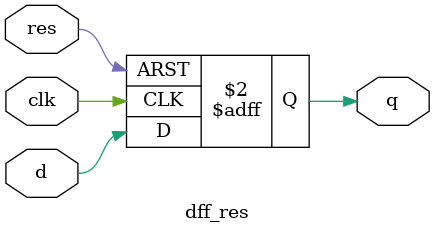
<source format=v>
module dff_res(
  input wire clk,
  input wire d,
  input wire res,
  output reg q

);
 always @(posedge clk,posedge res)
 begin
    if(res)
    q<=1'b0;
    else
    q<=d;
 end

endmodule
</source>
